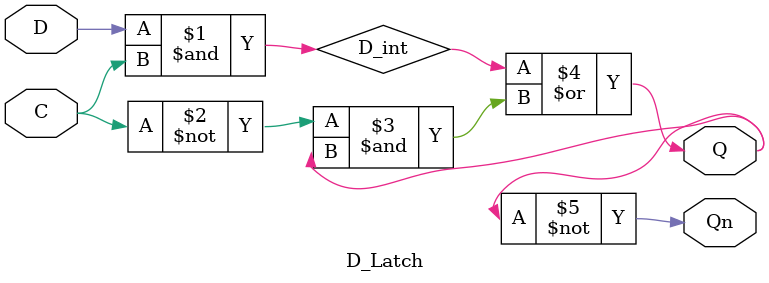
<source format=v>
`timescale 1ns / 1ps

module D_Latch (
    input D,    // Data input
    input C,    // Control (Clock) input
    output Q,   // Output
    output Qn   // Complement of output
);

    // Internal wire for the latch
    wire D_int;

    // NAND gates for D Latch (Level-sensitive)
    assign D_int = D & C;      // When control is active, pass data to latch
    assign Q = D_int | (~C & Q);  // When control is inactive, Q holds its value
    assign Qn = ~Q;             // Complement of Q

endmodule

</source>
